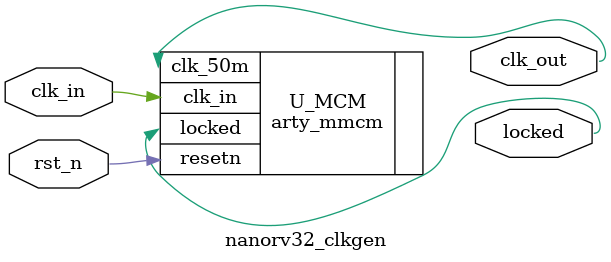
<source format=v>

module nanorv32_clkgen (/*AUTOARG*/
   // Outputs
   clk_out, locked,
   // Inputs
   clk_in, rst_n
   );

   input clk_in;
   output clk_out;
   output locked;
   input  rst_n;



   /*AUTOINPUT*/
   /*AUTOOUTPUT*/
   wire   locked;
   wire   clk_out;

   /*AUTOREG*/
   /*AUTOWIRE*/

   arty_mmcm U_MCM
     (
      // Clock in ports
      .clk_in(clk_in),      // input clk_in
      // Clock out ports
      .clk_50m(clk_out),     // output clk_50m
      // Status and control signals
      .resetn(rst_n), // input resetn
      .locked(locked));      // output locked



endmodule // nanorv32_clkgen
/*
 Local Variables:
 verilog-library-directories:(
 "."
 )
 End:
 */

</source>
